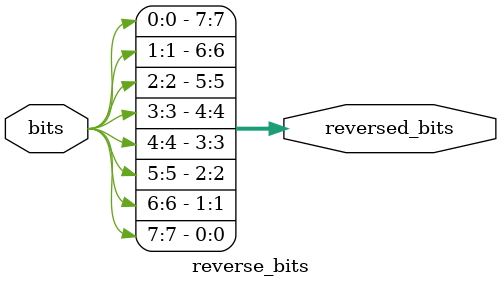
<source format=sv>
/*
iverilog reverse_bits.sv
*/
module reverse_bits #(
    parameter SIZE = 8
) (
    input  wire [N-1:0] bits,
    output wire [N-1:0] reversed_bits
);

    localparam N = SIZE;

    genvar i;
    generate
        for (i = 0; i < N; i = i + 1) begin : gen_block_loop
            assign reversed_bits[i] = bits[N-1-i];
        end
    endgenerate

endmodule

</source>
